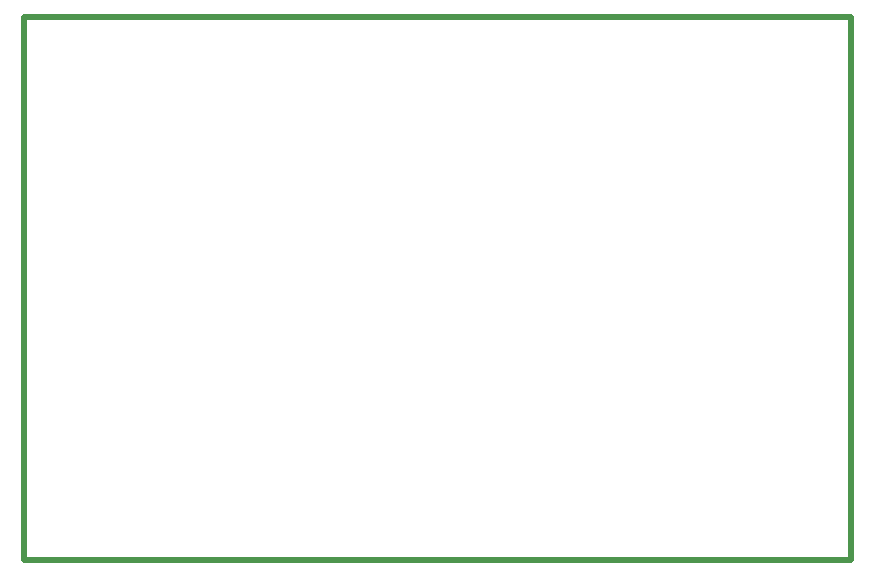
<source format=gm1>
G04*
G04 #@! TF.GenerationSoftware,Altium Limited,Altium Designer,19.1.9 (167)*
G04*
G04 Layer_Color=16711935*
%FSLAX25Y25*%
%MOIN*%
G70*
G01*
G75*
%ADD76C,0.02000*%
D76*
X0Y0D02*
X275590D01*
Y181102D01*
X0D02*
X275590D01*
X0Y0D02*
Y181102D01*
M02*

</source>
